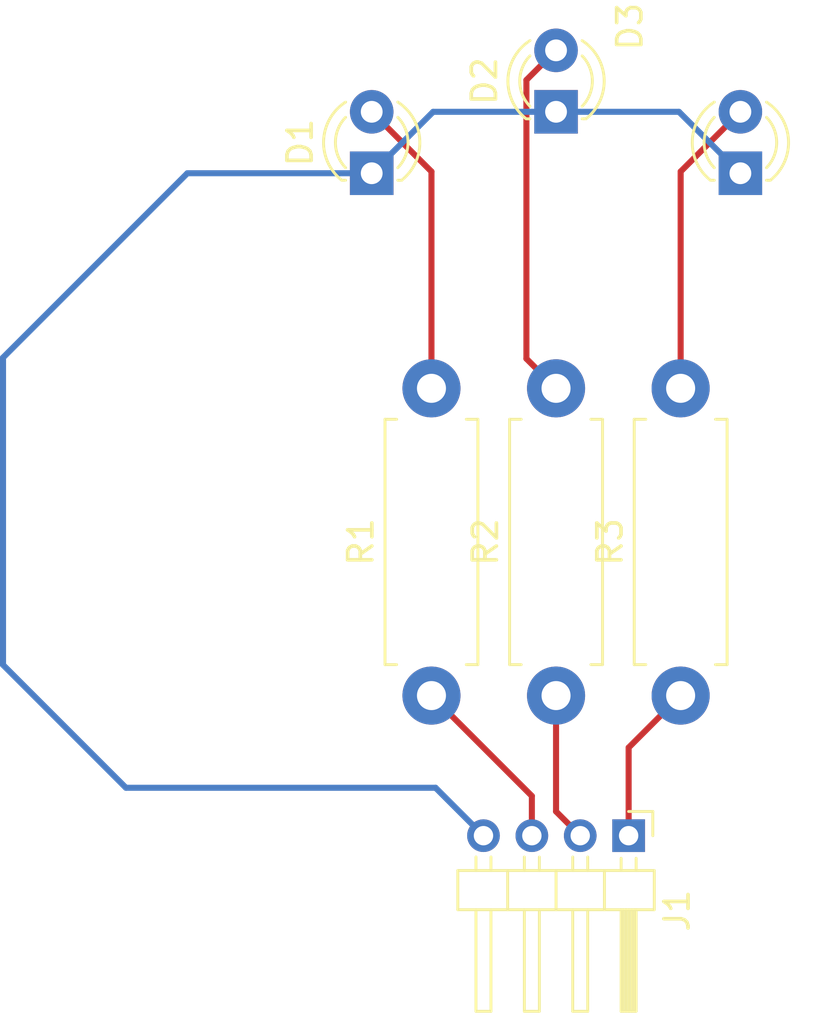
<source format=kicad_pcb>
(kicad_pcb (version 20221018) (generator pcbnew)
  (layers (0 "F.Cu" signal) (31 "B.Cu" signal) (34 "B.Paste" user) (35 "F.Paste" user) (36 "B.SilkS" user "B.Silkscreen") (37 "F.SilkS" user "F.Silkscreen") (38 "B.Mask" user) (39 "F.Mask" user) (44 "Edge.Cuts" user))
  (net 0 "")
  (net 1 "Net-(D1-K)")
  (net 2 "Net-(D1-A)")
  (net 3 "Net-(D2-A)")
  (net 4 "Net-(D3-A)")
  (net 5 "Net-(J1-Pin_1)")
  (net 6 "Net-(J1-Pin_2)")
  (net 7 "Net-(J1-Pin_3)")
  (footprint "LED_THT:LED_D3.0mm" (layer "F.Cu") (at 154.94 81.28 90)
    (fp_text reference "D3" (at 6.06 -4.57 90) (layer "F.SilkS"))
    (fp_text value "LED")
    (fp_line (start -0.29 -1.236) (end -0.29 -1.08) (stroke (width 0.12)) (layer "F.SilkS"))
    (fp_line (start -0.29 1.08) (end -0.29 1.236) (stroke (width 0.12)) (layer "F.SilkS"))
    (fp_arc (start -0.29 -1.235516) (mid 1.366487 -1.987659) (end 2.942335 -1.078608) (stroke (width 0.12)) (layer "F.SilkS"))
    (fp_arc (start 0.229039 -1.08) (mid 1.270117 -1.5) (end 2.31113 -1.079837) (stroke (width 0.12)) (layer "F.SilkS"))
    (fp_arc (start 2.31113 1.079837) (mid 1.270117 1.5) (end 0.229039 1.08) (stroke (width 0.12)) (layer "F.SilkS"))
    (fp_arc (start 2.942335 1.078608) (mid 1.366487 1.987659) (end -0.29 1.235516) (stroke (width 0.12)) (layer "F.SilkS"))
    (pad "1" thru_hole rect (at 0 0 90) (size 1.8 1.8) (drill 0.9) (layers "*.Cu" "*.Mask") (net 1 "Net-(D1-K)"))
    (pad "2" thru_hole circle (at 2.54 0 90) (size 1.8 1.8) (drill 0.9) (layers "*.Cu" "*.Mask") (net 4 "Net-(D3-A)"))
  )
  (footprint "Resistor_THT:R_Axial_DIN0411_L9.9mm_D3.6mm_P12.70mm_Horizontal" (layer "F.Cu") (at 147.32 102.87 90)
    (fp_text reference "R2" (at 6.35 -2.92 90) (layer "F.SilkS"))
    (fp_text value "R")
    (fp_line (start 1.28 -1.92) (end 11.42 -1.92) (stroke (width 0.12)) (layer "F.SilkS"))
    (fp_line (start 1.28 -1.44) (end 1.28 -1.92) (stroke (width 0.12)) (layer "F.SilkS"))
    (fp_line (start 1.28 1.44) (end 1.28 1.92) (stroke (width 0.12)) (layer "F.SilkS"))
    (fp_line (start 1.28 1.92) (end 11.42 1.92) (stroke (width 0.12)) (layer "F.SilkS"))
    (fp_line (start 11.42 -1.92) (end 11.42 -1.44) (stroke (width 0.12)) (layer "F.SilkS"))
    (fp_line (start 11.42 1.92) (end 11.42 1.44) (stroke (width 0.12)) (layer "F.SilkS"))
    (pad "1" thru_hole circle (at 0 0 90) (size 2.4 2.4) (drill 1.2) (layers "*.Cu" "*.Mask") (net 6 "Net-(J1-Pin_2)"))
    (pad "2" thru_hole oval (at 12.7 0 90) (size 2.4 2.4) (drill 1.2) (layers "*.Cu" "*.Mask") (net 3 "Net-(D2-A)"))
  )
  (footprint "Connector_PinHeader_2.00mm:PinHeader_1x04_P2.00mm_Horizontal" (layer "F.Cu") (at 150.32 108.66 -90)
    (fp_text reference "J1" (at 3.1 -2 90) (layer "F.SilkS"))
    (fp_text value "Conn_01x04")
    (fp_line (start -1 -1) (end 0 -1) (stroke (width 0.12)) (layer "F.SilkS"))
    (fp_line (start -1 0) (end -1 -1) (stroke (width 0.12)) (layer "F.SilkS"))
    (fp_line (start 0.882114 1.69) (end 1.44 1.69) (stroke (width 0.12)) (layer "F.SilkS"))
    (fp_line (start 0.882114 2.31) (end 1.44 2.31) (stroke (width 0.12)) (layer "F.SilkS"))
    (fp_line (start 0.882114 3.69) (end 1.44 3.69) (stroke (width 0.12)) (layer "F.SilkS"))
    (fp_line (start 0.882114 4.31) (end 1.44 4.31) (stroke (width 0.12)) (layer "F.SilkS"))
    (fp_line (start 0.882114 5.69) (end 1.44 5.69) (stroke (width 0.12)) (layer "F.SilkS"))
    (fp_line (start 0.882114 6.31) (end 1.44 6.31) (stroke (width 0.12)) (layer "F.SilkS"))
    (fp_line (start 0.935 -0.31) (end 1.44 -0.31) (stroke (width 0.12)) (layer "F.SilkS"))
    (fp_line (start 0.935 0.31) (end 1.44 0.31) (stroke (width 0.12)) (layer "F.SilkS"))
    (fp_line (start 1.44 -1.06) (end 1.44 7.06) (stroke (width 0.12)) (layer "F.SilkS"))
    (fp_line (start 1.44 1) (end 3.06 1) (stroke (width 0.12)) (layer "F.SilkS"))
    (fp_line (start 1.44 3) (end 3.06 3) (stroke (width 0.12)) (layer "F.SilkS"))
    (fp_line (start 1.44 5) (end 3.06 5) (stroke (width 0.12)) (layer "F.SilkS"))
    (fp_line (start 1.44 7.06) (end 3.06 7.06) (stroke (width 0.12)) (layer "F.SilkS"))
    (fp_line (start 3.06 -1.06) (end 1.44 -1.06) (stroke (width 0.12)) (layer "F.SilkS"))
    (fp_line (start 3.06 -0.31) (end 7.26 -0.31) (stroke (width 0.12)) (layer "F.SilkS"))
    (fp_line (start 3.06 -0.25) (end 7.26 -0.25) (stroke (width 0.12)) (layer "F.SilkS"))
    (fp_line (start 3.06 -0.13) (end 7.26 -0.13) (stroke (width 0.12)) (layer "F.SilkS"))
    (fp_line (start 3.06 -0.01) (end 7.26 -0.01) (stroke (width 0.12)) (layer "F.SilkS"))
    (fp_line (start 3.06 0.11) (end 7.26 0.11) (stroke (width 0.12)) (layer "F.SilkS"))
    (fp_line (start 3.06 0.23) (end 7.26 0.23) (stroke (width 0.12)) (layer "F.SilkS"))
    (fp_line (start 3.06 1.69) (end 7.26 1.69) (stroke (width 0.12)) (layer "F.SilkS"))
    (fp_line (start 3.06 3.69) (end 7.26 3.69) (stroke (width 0.12)) (layer "F.SilkS"))
    (fp_line (start 3.06 5.69) (end 7.26 5.69) (stroke (width 0.12)) (layer "F.SilkS"))
    (fp_line (start 3.06 7.06) (end 3.06 -1.06) (stroke (width 0.12)) (layer "F.SilkS"))
    (fp_line (start 7.26 -0.31) (end 7.26 0.31) (stroke (width 0.12)) (layer "F.SilkS"))
    (fp_line (start 7.26 0.31) (end 3.06 0.31) (stroke (width 0.12)) (layer "F.SilkS"))
    (fp_line (start 7.26 1.69) (end 7.26 2.31) (stroke (width 0.12)) (layer "F.SilkS"))
    (fp_line (start 7.26 2.31) (end 3.06 2.31) (stroke (width 0.12)) (layer "F.SilkS"))
    (fp_line (start 7.26 3.69) (end 7.26 4.31) (stroke (width 0.12)) (layer "F.SilkS"))
    (fp_line (start 7.26 4.31) (end 3.06 4.31) (stroke (width 0.12)) (layer "F.SilkS"))
    (fp_line (start 7.26 5.69) (end 7.26 6.31) (stroke (width 0.12)) (layer "F.SilkS"))
    (fp_line (start 7.26 6.31) (end 3.06 6.31) (stroke (width 0.12)) (layer "F.SilkS"))
    (pad "1" thru_hole rect (at 0 0 270) (size 1.35 1.35) (drill 0.8) (layers "*.Cu" "*.Mask") (net 5 "Net-(J1-Pin_1)"))
    (pad "2" thru_hole oval (at 0 2 270) (size 1.35 1.35) (drill 0.8) (layers "*.Cu" "*.Mask") (net 6 "Net-(J1-Pin_2)"))
    (pad "3" thru_hole oval (at 0 4 270) (size 1.35 1.35) (drill 0.8) (layers "*.Cu" "*.Mask") (net 7 "Net-(J1-Pin_3)"))
    (pad "4" thru_hole oval (at 0 6 270) (size 1.35 1.35) (drill 0.8) (layers "*.Cu" "*.Mask") (net 1 "Net-(D1-K)"))
  )
  (footprint "LED_THT:LED_D3.0mm" (layer "F.Cu") (at 139.7 81.28 90)
    (fp_text reference "D1" (at 1.27 -2.96 90) (layer "F.SilkS"))
    (fp_text value "LED")
    (fp_line (start -0.29 -1.236) (end -0.29 -1.08) (stroke (width 0.12)) (layer "F.SilkS"))
    (fp_line (start -0.29 1.08) (end -0.29 1.236) (stroke (width 0.12)) (layer "F.SilkS"))
    (fp_arc (start -0.29 -1.235516) (mid 1.366487 -1.987659) (end 2.942335 -1.078608) (stroke (width 0.12)) (layer "F.SilkS"))
    (fp_arc (start 0.229039 -1.08) (mid 1.270117 -1.5) (end 2.31113 -1.079837) (stroke (width 0.12)) (layer "F.SilkS"))
    (fp_arc (start 2.31113 1.079837) (mid 1.270117 1.5) (end 0.229039 1.08) (stroke (width 0.12)) (layer "F.SilkS"))
    (fp_arc (start 2.942335 1.078608) (mid 1.366487 1.987659) (end -0.29 1.235516) (stroke (width 0.12)) (layer "F.SilkS"))
    (pad "1" thru_hole rect (at 0 0 90) (size 1.8 1.8) (drill 0.9) (layers "*.Cu" "*.Mask") (net 1 "Net-(D1-K)"))
    (pad "2" thru_hole circle (at 2.54 0 90) (size 1.8 1.8) (drill 0.9) (layers "*.Cu" "*.Mask") (net 2 "Net-(D1-A)"))
  )
  (footprint "LED_THT:LED_D3.0mm" (layer "F.Cu") (at 147.32 78.74 90)
    (fp_text reference "D2" (at 1.27 -2.96 90) (layer "F.SilkS"))
    (fp_text value "LED")
    (fp_line (start -0.29 -1.236) (end -0.29 -1.08) (stroke (width 0.12)) (layer "F.SilkS"))
    (fp_line (start -0.29 1.08) (end -0.29 1.236) (stroke (width 0.12)) (layer "F.SilkS"))
    (fp_arc (start -0.29 -1.235516) (mid 1.366487 -1.987659) (end 2.942335 -1.078608) (stroke (width 0.12)) (layer "F.SilkS"))
    (fp_arc (start 0.229039 -1.08) (mid 1.270117 -1.5) (end 2.31113 -1.079837) (stroke (width 0.12)) (layer "F.SilkS"))
    (fp_arc (start 2.31113 1.079837) (mid 1.270117 1.5) (end 0.229039 1.08) (stroke (width 0.12)) (layer "F.SilkS"))
    (fp_arc (start 2.942335 1.078608) (mid 1.366487 1.987659) (end -0.29 1.235516) (stroke (width 0.12)) (layer "F.SilkS"))
    (pad "1" thru_hole rect (at 0 0 90) (size 1.8 1.8) (drill 0.9) (layers "*.Cu" "*.Mask") (net 1 "Net-(D1-K)"))
    (pad "2" thru_hole circle (at 2.54 0 90) (size 1.8 1.8) (drill 0.9) (layers "*.Cu" "*.Mask") (net 3 "Net-(D2-A)"))
  )
  (footprint "Resistor_THT:R_Axial_DIN0411_L9.9mm_D3.6mm_P12.70mm_Horizontal" (layer "F.Cu") (at 152.47 102.87 90)
    (fp_text reference "R3" (at 6.35 -2.92 90) (layer "F.SilkS"))
    (fp_text value "R")
    (fp_line (start 1.28 -1.92) (end 11.42 -1.92) (stroke (width 0.12)) (layer "F.SilkS"))
    (fp_line (start 1.28 -1.44) (end 1.28 -1.92) (stroke (width 0.12)) (layer "F.SilkS"))
    (fp_line (start 1.28 1.44) (end 1.28 1.92) (stroke (width 0.12)) (layer "F.SilkS"))
    (fp_line (start 1.28 1.92) (end 11.42 1.92) (stroke (width 0.12)) (layer "F.SilkS"))
    (fp_line (start 11.42 -1.92) (end 11.42 -1.44) (stroke (width 0.12)) (layer "F.SilkS"))
    (fp_line (start 11.42 1.92) (end 11.42 1.44) (stroke (width 0.12)) (layer "F.SilkS"))
    (pad "1" thru_hole circle (at 0 0 90) (size 2.4 2.4) (drill 1.2) (layers "*.Cu" "*.Mask") (net 5 "Net-(J1-Pin_1)"))
    (pad "2" thru_hole oval (at 12.7 0 90) (size 2.4 2.4) (drill 1.2) (layers "*.Cu" "*.Mask") (net 4 "Net-(D3-A)"))
  )
  (footprint "Resistor_THT:R_Axial_DIN0411_L9.9mm_D3.6mm_P12.70mm_Horizontal" (layer "F.Cu") (at 142.17 102.87 90)
    (fp_text reference "R1" (at 6.35 -2.92 90) (layer "F.SilkS"))
    (fp_text value "R")
    (fp_line (start 1.28 -1.92) (end 11.42 -1.92) (stroke (width 0.12)) (layer "F.SilkS"))
    (fp_line (start 1.28 -1.44) (end 1.28 -1.92) (stroke (width 0.12)) (layer "F.SilkS"))
    (fp_line (start 1.28 1.44) (end 1.28 1.92) (stroke (width 0.12)) (layer "F.SilkS"))
    (fp_line (start 1.28 1.92) (end 11.42 1.92) (stroke (width 0.12)) (layer "F.SilkS"))
    (fp_line (start 11.42 -1.92) (end 11.42 -1.44) (stroke (width 0.12)) (layer "F.SilkS"))
    (fp_line (start 11.42 1.92) (end 11.42 1.44) (stroke (width 0.12)) (layer "F.SilkS"))
    (pad "1" thru_hole circle (at 0 0 90) (size 2.4 2.4) (drill 1.2) (layers "*.Cu" "*.Mask") (net 7 "Net-(J1-Pin_3)"))
    (pad "2" thru_hole oval (at 12.7 0 90) (size 2.4 2.4) (drill 1.2) (layers "*.Cu" "*.Mask") (net 2 "Net-(D1-A)"))
  )
  (segment (start 132.08 81.28) (end 124.46 88.9) (width 0.25) (layer "B.Cu") (net 1))
  (segment (start 124.46 88.9) (end 124.46 101.6) (width 0.25) (layer "B.Cu") (net 1))
  (segment (start 152.4 78.74) (end 154.94 81.28) (width 0.25) (layer "B.Cu") (net 1))
  (segment (start 142.24 78.74) (end 139.7 81.28) (width 0.25) (layer "B.Cu") (net 1))
  (segment (start 147.32 78.74) (end 142.24 78.74) (width 0.25) (layer "B.Cu") (net 1))
  (segment (start 142.34 106.68) (end 144.32 108.66) (width 0.25) (layer "B.Cu") (net 1))
  (segment (start 139.7 81.28) (end 132.08 81.28) (width 0.25) (layer "B.Cu") (net 1))
  (segment (start 129.54 106.68) (end 142.34 106.68) (width 0.25) (layer "B.Cu") (net 1))
  (segment (start 124.46 101.6) (end 129.54 106.68) (width 0.25) (layer "B.Cu") (net 1))
  (segment (start 147.32 78.74) (end 152.4 78.74) (width 0.25) (layer "B.Cu") (net 1))
  (segment (start 142.17 81.21) (end 139.7 78.74) (width 0.25) (layer "F.Cu") (net 2))
  (segment (start 142.17 90.17) (end 142.17 81.21) (width 0.25) (layer "F.Cu") (net 2))
  (segment (start 147.32 90.17) (end 146.095 88.945) (width 0.25) (layer "F.Cu") (net 3))
  (segment (start 146.095 77.425) (end 147.32 76.2) (width 0.25) (layer "F.Cu") (net 3))
  (segment (start 146.095 88.945) (end 146.095 77.425) (width 0.25) (layer "F.Cu") (net 3))
  (segment (start 152.47 81.21) (end 154.94 78.74) (width 0.25) (layer "F.Cu") (net 4))
  (segment (start 152.47 90.17) (end 152.47 81.21) (width 0.25) (layer "F.Cu") (net 4))
  (segment (start 150.32 108.66) (end 150.32 105.02) (width 0.25) (layer "F.Cu") (net 5))
  (segment (start 150.32 105.02) (end 152.47 102.87) (width 0.25) (layer "F.Cu") (net 5))
  (segment (start 147.32 107.66) (end 147.32 102.87) (width 0.25) (layer "F.Cu") (net 6))
  (segment (start 148.32 108.66) (end 147.32 107.66) (width 0.25) (layer "F.Cu") (net 6))
  (segment (start 146.32 108.66) (end 146.32 107.02) (width 0.25) (layer "F.Cu") (net 7))
  (segment (start 146.32 107.02) (end 142.17 102.87) (width 0.25) (layer "F.Cu") (net 7))
)
</source>
